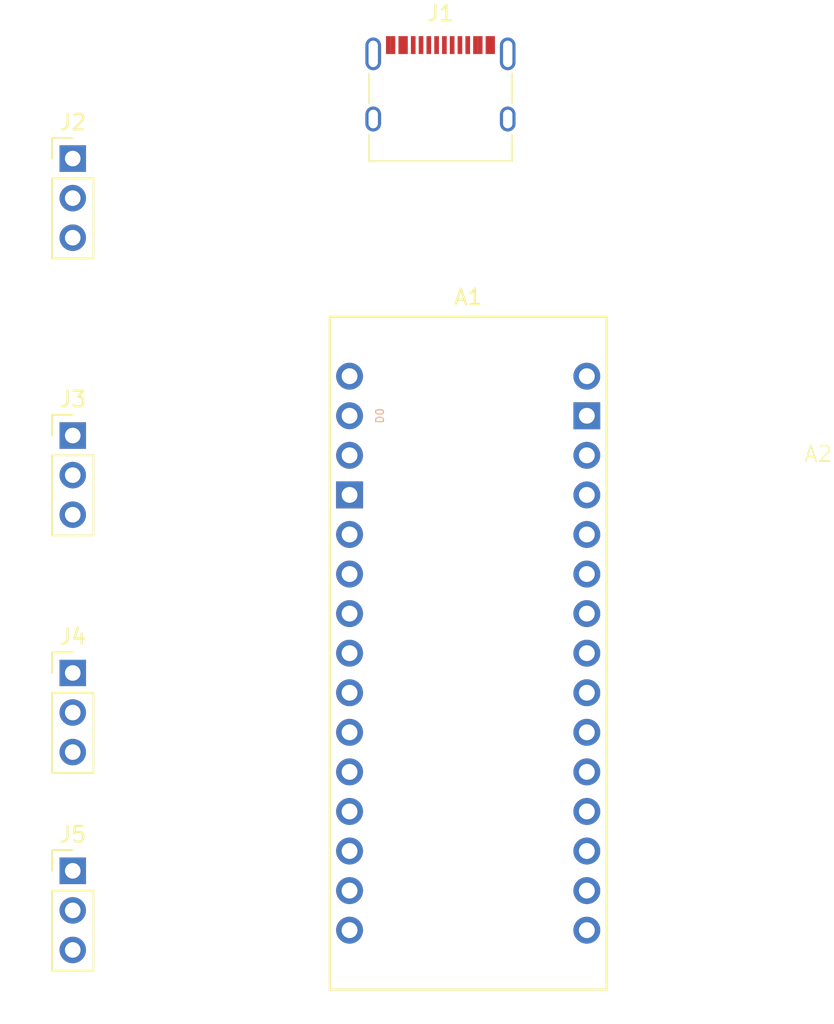
<source format=kicad_pcb>
(kicad_pcb (version 20221018) (generator pcbnew)
  (layers (0 "F.Cu" signal) (31 "B.Cu" signal) (34 "B.Paste" user) (35 "F.Paste" user) (36 "B.SilkS" user "B.Silkscreen") (37 "F.SilkS" user "F.Silkscreen") (38 "B.Mask" user) (39 "F.Mask" user) (44 "Edge.Cuts" user))
  (net 0 "")
  (net 14 "rx")
  (net 15 "tx")
  (net 17 "IR1")
  (net 18 "SERVO1")
  (net 19 "IR2")
  (net 20 "SERVO2")
  (net 26 "GND")
  (net 29 "POWER")
  (footprint "Connector_PinHeader_2.54mm:PinHeader_1x03_P2.54mm_Vertical" (layer "F.Cu") (at 139.7 99.06)
    (fp_text reference "J5" (at 0 -2.33) (layer "F.SilkS"))
    (fp_text value "Conn_01x03")
    (fp_line (start -1.33 -1.33) (end 0 -1.33) (stroke (width 0.12)) (layer "F.SilkS"))
    (fp_line (start -1.33 0) (end -1.33 -1.33) (stroke (width 0.12)) (layer "F.SilkS"))
    (fp_line (start -1.33 1.27) (end -1.33 6.41) (stroke (width 0.12)) (layer "F.SilkS"))
    (fp_line (start -1.33 1.27) (end 1.33 1.27) (stroke (width 0.12)) (layer "F.SilkS"))
    (fp_line (start -1.33 6.41) (end 1.33 6.41) (stroke (width 0.12)) (layer "F.SilkS"))
    (fp_line (start 1.33 1.27) (end 1.33 6.41) (stroke (width 0.12)) (layer "F.SilkS"))
    (pad "1" thru_hole rect (at 0 0) (size 1.7 1.7) (drill 1) (layers "*.Cu" "*.Mask") (net 19 "IR2"))
    (pad "2" thru_hole oval (at 0 2.54) (size 1.7 1.7) (drill 1) (layers "*.Cu" "*.Mask") (net 29 "POWER"))
    (pad "3" thru_hole oval (at 0 5.08) (size 1.7 1.7) (drill 1) (layers "*.Cu" "*.Mask") (net 26 "GND"))
  )
  (footprint "PCM_arduino-library:Arduino_Nano_Socket" (layer "F.Cu") (at 165.1 106.68)
    (fp_text reference "A1" (at 0 -44.45) (layer "F.SilkS"))
    (fp_text value "Arduino_Nano_Socket")
    (fp_text user "D0" (at -5.715 -36.83 -90 unlocked) (layer "B.SilkS") (effects (font (size 0.5 0.5) (thickness 0.075)) (justify mirror)))
    (fp_text user "D0" (at -5.715 -36.83 -90 unlocked) (layer "F.SilkS") (effects (font (size 0.5 0.5) (thickness 0.075))))
    (fp_line (start -8.89 -43.18) (end -8.89 0) (stroke (width 0.15)) (layer "F.SilkS"))
    (fp_line (start -8.89 -43.18) (end 8.89 -43.18) (stroke (width 0.15)) (layer "F.SilkS"))
    (fp_line (start -8.89 0) (end 8.89 0) (stroke (width 0.15)) (layer "F.SilkS"))
    (fp_line (start 8.89 -43.18) (end 8.89 0) (stroke (width 0.15)) (layer "F.SilkS"))
    (pad "" np_thru_hole circle (at -7.62 -41.91) (size 1.8 1.8) (drill 1.8) (layers "F&B.Cu" "*.Mask"))
    (pad "" np_thru_hole circle (at -7.62 -1.27) (size 1.8 1.8) (drill 1.8) (layers "F&B.Cu" "*.Mask"))
    (pad "" np_thru_hole circle (at 7.62 -41.91) (size 1.8 1.8) (drill 1.8) (layers "F&B.Cu" "*.Mask"))
    (pad "" np_thru_hole circle (at 7.62 -1.27) (size 1.8 1.8) (drill 1.8) (layers "F&B.Cu" "*.Mask"))
    (pad "3V3" thru_hole circle (at 7.62 -6.35) (size 1.7272 1.7272) (drill 1.016) (layers "*.Cu" "*.Mask"))
    (pad "5V" thru_hole circle (at 7.62 -31.75) (size 1.7272 1.7272) (drill 1.016) (layers "*.Cu" "*.Mask"))
    (pad "A0" thru_hole circle (at 7.62 -11.43) (size 1.7272 1.7272) (drill 1.016) (layers "*.Cu" "*.Mask"))
    (pad "A1" thru_hole circle (at 7.62 -13.97) (size 1.7272 1.7272) (drill 1.016) (layers "*.Cu" "*.Mask"))
    (pad "A2" thru_hole circle (at 7.62 -16.51) (size 1.7272 1.7272) (drill 1.016) (layers "*.Cu" "*.Mask"))
    (pad "A3" thru_hole circle (at 7.62 -19.05) (size 1.7272 1.7272) (drill 1.016) (layers "*.Cu" "*.Mask"))
    (pad "A4" thru_hole circle (at 7.62 -21.59) (size 1.7272 1.7272) (drill 1.016) (layers "*.Cu" "*.Mask"))
    (pad "A5" thru_hole circle (at 7.62 -24.13) (size 1.7272 1.7272) (drill 1.016) (layers "*.Cu" "*.Mask"))
    (pad "A6" thru_hole circle (at 7.62 -26.67) (size 1.7272 1.7272) (drill 1.016) (layers "*.Cu" "*.Mask"))
    (pad "A7" thru_hole circle (at 7.62 -29.21) (size 1.7272 1.7272) (drill 1.016) (layers "*.Cu" "*.Mask"))
    (pad "AREF" thru_hole circle (at 7.62 -8.89) (size 1.7272 1.7272) (drill 1.016) (layers "*.Cu" "*.Mask"))
    (pad "D0" thru_hole circle (at -7.62 -36.83) (size 1.7272 1.7272) (drill 1.016) (layers "*.Cu" "*.Mask"))
    (pad "D1" thru_hole circle (at -7.62 -39.37) (size 1.7272 1.7272) (drill 1.016) (layers "*.Cu" "*.Mask"))
    (pad "D2" thru_hole circle (at -7.62 -29.21) (size 1.7272 1.7272) (drill 1.016) (layers "*.Cu" "*.Mask") (net 14 "rx"))
    (pad "D3" thru_hole circle (at -7.62 -26.67) (size 1.7272 1.7272) (drill 1.016) (layers "*.Cu" "*.Mask") (net 15 "tx"))
    (pad "D4" thru_hole circle (at -7.62 -24.13) (size 1.7272 1.7272) (drill 1.016) (layers "*.Cu" "*.Mask"))
    (pad "D5" thru_hole circle (at -7.62 -21.59) (size 1.7272 1.7272) (drill 1.016) (layers "*.Cu" "*.Mask") (net 17 "IR1"))
    (pad "D6" thru_hole circle (at -7.62 -19.05) (size 1.7272 1.7272) (drill 1.016) (layers "*.Cu" "*.Mask") (net 18 "SERVO1"))
    (pad "D7" thru_hole circle (at -7.62 -16.51) (size 1.7272 1.7272) (drill 1.016) (layers "*.Cu" "*.Mask") (net 19 "IR2"))
    (pad "D8" thru_hole circle (at -7.62 -13.97) (size 1.7272 1.7272) (drill 1.016) (layers "*.Cu" "*.Mask") (net 20 "SERVO2"))
    (pad "D9" thru_hole circle (at -7.62 -11.43) (size 1.7272 1.7272) (drill 1.016) (layers "*.Cu" "*.Mask"))
    (pad "D10" thru_hole circle (at -7.62 -8.89) (size 1.7272 1.7272) (drill 1.016) (layers "*.Cu" "*.Mask"))
    (pad "D11" thru_hole circle (at -7.62 -6.35) (size 1.7272 1.7272) (drill 1.016) (layers "*.Cu" "*.Mask"))
    (pad "D12" thru_hole circle (at -7.62 -3.81) (size 1.7272 1.7272) (drill 1.016) (layers "*.Cu" "*.Mask"))
    (pad "D13" thru_hole circle (at 7.62 -3.81) (size 1.7272 1.7272) (drill 1.016) (layers "*.Cu" "*.Mask"))
    (pad "GND1" thru_hole rect (at -7.62 -31.75) (size 1.7272 1.7272) (drill 1.016) (layers "*.Cu" "*.Mask") (net 26 "GND"))
    (pad "GND2" thru_hole rect (at 7.62 -36.83) (size 1.7272 1.7272) (drill 1.016) (layers "*.Cu" "*.Mask") (net 26 "GND"))
    (pad "RST1" thru_hole circle (at -7.62 -34.29) (size 1.7272 1.7272) (drill 1.016) (layers "*.Cu" "*.Mask"))
    (pad "RST2" thru_hole circle (at 7.62 -34.29) (size 1.7272 1.7272) (drill 1.016) (layers "*.Cu" "*.Mask"))
    (pad "VIN" thru_hole circle (at 7.62 -39.37) (size 1.7272 1.7272) (drill 1.016) (layers "*.Cu" "*.Mask") (net 29 "POWER"))
  )
  (footprint "project_lib:Bluetooth_Serial" (layer "F.Cu") (at 187.585 72.795)
    (fp_text reference "A2" (at 0 -0.5 unlocked) (layer "F.SilkS") (effects (font (thickness 0.1))))
    (fp_text value "~")
  )
  (footprint "Connector_PinHeader_2.54mm:PinHeader_1x03_P2.54mm_Vertical" (layer "F.Cu") (at 139.7 53.34)
    (fp_text reference "J2" (at 0 -2.33) (layer "F.SilkS"))
    (fp_text value "Conn_01x03")
    (fp_line (start -1.33 -1.33) (end 0 -1.33) (stroke (width 0.12)) (layer "F.SilkS"))
    (fp_line (start -1.33 0) (end -1.33 -1.33) (stroke (width 0.12)) (layer "F.SilkS"))
    (fp_line (start -1.33 1.27) (end -1.33 6.41) (stroke (width 0.12)) (layer "F.SilkS"))
    (fp_line (start -1.33 1.27) (end 1.33 1.27) (stroke (width 0.12)) (layer "F.SilkS"))
    (fp_line (start -1.33 6.41) (end 1.33 6.41) (stroke (width 0.12)) (layer "F.SilkS"))
    (fp_line (start 1.33 1.27) (end 1.33 6.41) (stroke (width 0.12)) (layer "F.SilkS"))
    (pad "1" thru_hole rect (at 0 0) (size 1.7 1.7) (drill 1) (layers "*.Cu" "*.Mask") (net 18 "SERVO1"))
    (pad "2" thru_hole oval (at 0 2.54) (size 1.7 1.7) (drill 1) (layers "*.Cu" "*.Mask") (net 29 "POWER"))
    (pad "3" thru_hole oval (at 0 5.08) (size 1.7 1.7) (drill 1) (layers "*.Cu" "*.Mask") (net 26 "GND"))
  )
  (footprint "Connector_PinHeader_2.54mm:PinHeader_1x03_P2.54mm_Vertical" (layer "F.Cu") (at 139.7 71.12)
    (fp_text reference "J3" (at 0 -2.33) (layer "F.SilkS"))
    (fp_text value "Conn_01x03")
    (fp_line (start -1.33 -1.33) (end 0 -1.33) (stroke (width 0.12)) (layer "F.SilkS"))
    (fp_line (start -1.33 0) (end -1.33 -1.33) (stroke (width 0.12)) (layer "F.SilkS"))
    (fp_line (start -1.33 1.27) (end -1.33 6.41) (stroke (width 0.12)) (layer "F.SilkS"))
    (fp_line (start -1.33 1.27) (end 1.33 1.27) (stroke (width 0.12)) (layer "F.SilkS"))
    (fp_line (start -1.33 6.41) (end 1.33 6.41) (stroke (width 0.12)) (layer "F.SilkS"))
    (fp_line (start 1.33 1.27) (end 1.33 6.41) (stroke (width 0.12)) (layer "F.SilkS"))
    (pad "1" thru_hole rect (at 0 0) (size 1.7 1.7) (drill 1) (layers "*.Cu" "*.Mask") (net 20 "SERVO2"))
    (pad "2" thru_hole oval (at 0 2.54) (size 1.7 1.7) (drill 1) (layers "*.Cu" "*.Mask") (net 29 "POWER"))
    (pad "3" thru_hole oval (at 0 5.08) (size 1.7 1.7) (drill 1) (layers "*.Cu" "*.Mask") (net 26 "GND"))
  )
  (footprint "Connector_PinHeader_2.54mm:PinHeader_1x03_P2.54mm_Vertical" (layer "F.Cu") (at 139.7 86.36)
    (fp_text reference "J4" (at 0 -2.33) (layer "F.SilkS"))
    (fp_text value "Conn_01x03")
    (fp_line (start -1.33 -1.33) (end 0 -1.33) (stroke (width 0.12)) (layer "F.SilkS"))
    (fp_line (start -1.33 0) (end -1.33 -1.33) (stroke (width 0.12)) (layer "F.SilkS"))
    (fp_line (start -1.33 1.27) (end -1.33 6.41) (stroke (width 0.12)) (layer "F.SilkS"))
    (fp_line (start -1.33 1.27) (end 1.33 1.27) (stroke (width 0.12)) (layer "F.SilkS"))
    (fp_line (start -1.33 6.41) (end 1.33 6.41) (stroke (width 0.12)) (layer "F.SilkS"))
    (fp_line (start 1.33 1.27) (end 1.33 6.41) (stroke (width 0.12)) (layer "F.SilkS"))
    (pad "1" thru_hole rect (at 0 0) (size 1.7 1.7) (drill 1) (layers "*.Cu" "*.Mask") (net 17 "IR1"))
    (pad "2" thru_hole oval (at 0 2.54) (size 1.7 1.7) (drill 1) (layers "*.Cu" "*.Mask") (net 29 "POWER"))
    (pad "3" thru_hole oval (at 0 5.08) (size 1.7 1.7) (drill 1) (layers "*.Cu" "*.Mask") (net 26 "GND"))
  )
  (footprint "Connector_USB:USB_C_Receptacle_XKB_U262-16XN-4BVC11" (layer "F.Cu") (at 163.32 49.725)
    (fp_text reference "J1" (at 0 -5.715) (layer "F.SilkS"))
    (fp_text value "USB_C_Receptacle_PowerOnly_6P")
    (fp_line (start -4.58 -1.85) (end -4.58 0.07) (stroke (width 0.12)) (layer "F.SilkS"))
    (fp_line (start -4.58 3.785) (end -4.58 2.08) (stroke (width 0.12)) (layer "F.SilkS"))
    (fp_line (start 4.58 0.07) (end 4.58 -1.85) (stroke (width 0.12)) (layer "F.SilkS"))
    (fp_line (start 4.58 2.08) (end 4.58 3.785) (stroke (width 0.12)) (layer "F.SilkS"))
    (fp_line (start 4.58 3.785) (end -4.58 3.785) (stroke (width 0.12)) (layer "F.SilkS"))
    (pad "" np_thru_hole circle (at -2.89 -2.605) (size 0.65 0.65) (drill 0.65) (layers "*.Cu" "*.Mask"))
    (pad "" np_thru_hole circle (at 2.89 -2.605) (size 0.65 0.65) (drill 0.65) (layers "*.Cu" "*.Mask"))
    (pad "A1" smd rect (at -3.35 -3.67) (size 0.3 1.15) (layers "F.Cu" "F.Paste" "F.Mask"))
    (pad "A4" smd rect (at -2.55 -3.67) (size 0.3 1.15) (layers "F.Cu" "F.Paste" "F.Mask"))
    (pad "A5" smd rect (at -1.25 -3.67) (size 0.3 1.15) (layers "F.Cu" "F.Paste" "F.Mask") (net 26 "GND"))
    (pad "A6" smd rect (at -0.25 -3.67) (size 0.3 1.15) (layers "F.Cu" "F.Paste" "F.Mask"))
    (pad "A7" smd rect (at 0.25 -3.67) (size 0.3 1.15) (layers "F.Cu" "F.Paste" "F.Mask"))
    (pad "A8" smd rect (at 1.25 -3.67) (size 0.3 1.15) (layers "F.Cu" "F.Paste" "F.Mask"))
    (pad "A9" smd rect (at 2.55 -3.67) (size 0.3 1.15) (layers "F.Cu" "F.Paste" "F.Mask") (net 29 "POWER"))
    (pad "A12" smd rect (at 3.35 -3.67) (size 0.3 1.15) (layers "F.Cu" "F.Paste" "F.Mask") (net 26 "GND"))
    (pad "B1" smd rect (at 3.05 -3.67) (size 0.3 1.15) (layers "F.Cu" "F.Paste" "F.Mask"))
    (pad "B4" smd rect (at 2.25 -3.67) (size 0.3 1.15) (layers "F.Cu" "F.Paste" "F.Mask"))
    (pad "B5" smd rect (at 1.75 -3.67) (size 0.3 1.15) (layers "F.Cu" "F.Paste" "F.Mask") (net 26 "GND"))
    (pad "B6" smd rect (at 0.75 -3.67) (size 0.3 1.15) (layers "F.Cu" "F.Paste" "F.Mask"))
    (pad "B7" smd rect (at -0.75 -3.67) (size 0.3 1.15) (layers "F.Cu" "F.Paste" "F.Mask"))
    (pad "B8" smd rect (at -1.75 -3.67) (size 0.3 1.15) (layers "F.Cu" "F.Paste" "F.Mask"))
    (pad "B9" smd rect (at -2.25 -3.67) (size 0.3 1.15) (layers "F.Cu" "F.Paste" "F.Mask") (net 29 "POWER"))
    (pad "B12" smd rect (at -3.05 -3.67) (size 0.3 1.15) (layers "F.Cu" "F.Paste" "F.Mask") (net 26 "GND"))
    (pad "S1" thru_hole oval (at -4.32 -3.105) (size 1 2.1) (drill oval 0.6 1.7) (layers "*.Cu" "*.Mask") (net 26 "GND"))
    (pad "S1" thru_hole oval (at -4.32 1.075) (size 1 1.6) (drill oval 0.6 1.2) (layers "*.Cu" "*.Mask") (net 26 "GND"))
    (pad "S1" thru_hole oval (at 4.32 -3.105) (size 1 2.1) (drill oval 0.6 1.7) (layers "*.Cu" "*.Mask") (net 26 "GND"))
    (pad "S1" thru_hole oval (at 4.32 1.075) (size 1 1.6) (drill oval 0.6 1.2) (layers "*.Cu" "*.Mask") (net 26 "GND"))
  )
)
</source>
